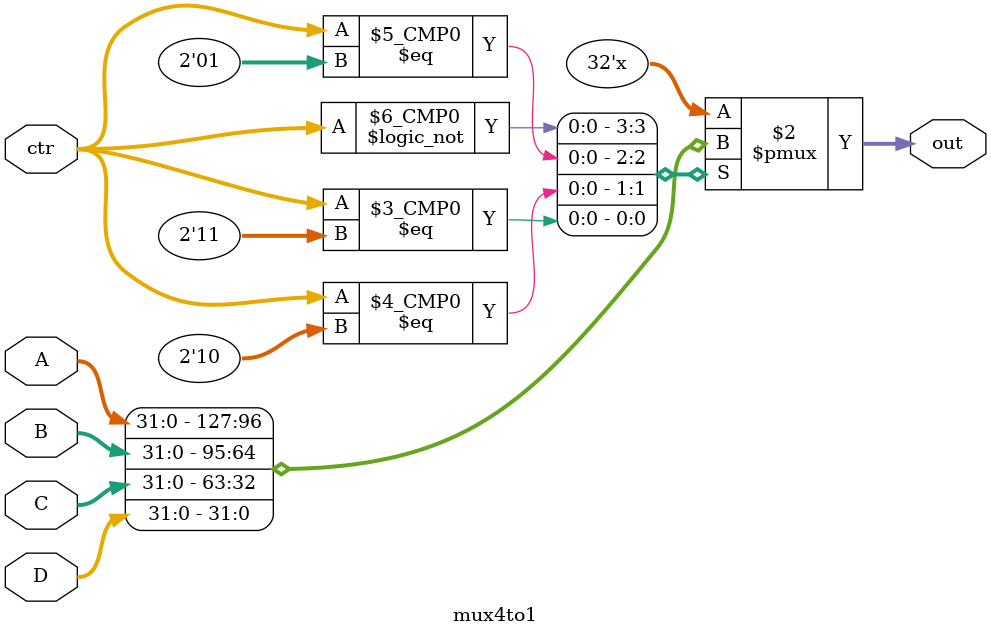
<source format=v>
`timescale 1ns / 1ps


module mux4to1
#(parameter k=32)
(
	input [k-1:0] A,
	input [k-1:0] B,
	input [k-1:0] C,
	input [k-1:0] D,
	input [1:0] ctr,
	output reg [k-1:0] out
);
	
always @(*)
begin
    case(ctr)
	2'b00:
		begin out<=A;end
	2'b01:
		begin out<=B;end
	2'b10:
		begin out<=C;end
    2'b11:
        begin out<=D;end
    endcase
end
endmodule
</source>
